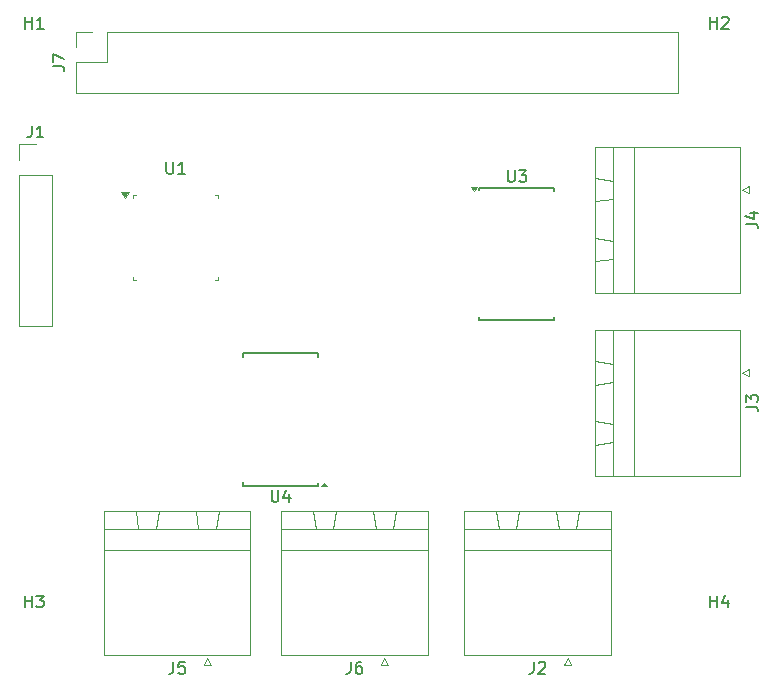
<source format=gto>
%TF.GenerationSoftware,KiCad,Pcbnew,9.0.7*%
%TF.CreationDate,2026-02-04T14:04:17-06:00*%
%TF.ProjectId,dac_amp,6461635f-616d-4702-9e6b-696361645f70,rev?*%
%TF.SameCoordinates,Original*%
%TF.FileFunction,Legend,Top*%
%TF.FilePolarity,Positive*%
%FSLAX46Y46*%
G04 Gerber Fmt 4.6, Leading zero omitted, Abs format (unit mm)*
G04 Created by KiCad (PCBNEW 9.0.7) date 2026-02-04 14:04:17*
%MOMM*%
%LPD*%
G01*
G04 APERTURE LIST*
%ADD10C,0.150000*%
%ADD11C,0.120000*%
G04 APERTURE END LIST*
D10*
X124988095Y-74404819D02*
X124988095Y-75214342D01*
X124988095Y-75214342D02*
X125035714Y-75309580D01*
X125035714Y-75309580D02*
X125083333Y-75357200D01*
X125083333Y-75357200D02*
X125178571Y-75404819D01*
X125178571Y-75404819D02*
X125369047Y-75404819D01*
X125369047Y-75404819D02*
X125464285Y-75357200D01*
X125464285Y-75357200D02*
X125511904Y-75309580D01*
X125511904Y-75309580D02*
X125559523Y-75214342D01*
X125559523Y-75214342D02*
X125559523Y-74404819D01*
X126464285Y-74738152D02*
X126464285Y-75404819D01*
X126226190Y-74357200D02*
X125988095Y-75071485D01*
X125988095Y-75071485D02*
X126607142Y-75071485D01*
X116075595Y-46604819D02*
X116075595Y-47414342D01*
X116075595Y-47414342D02*
X116123214Y-47509580D01*
X116123214Y-47509580D02*
X116170833Y-47557200D01*
X116170833Y-47557200D02*
X116266071Y-47604819D01*
X116266071Y-47604819D02*
X116456547Y-47604819D01*
X116456547Y-47604819D02*
X116551785Y-47557200D01*
X116551785Y-47557200D02*
X116599404Y-47509580D01*
X116599404Y-47509580D02*
X116647023Y-47414342D01*
X116647023Y-47414342D02*
X116647023Y-46604819D01*
X117647023Y-47604819D02*
X117075595Y-47604819D01*
X117361309Y-47604819D02*
X117361309Y-46604819D01*
X117361309Y-46604819D02*
X117266071Y-46747676D01*
X117266071Y-46747676D02*
X117170833Y-46842914D01*
X117170833Y-46842914D02*
X117075595Y-46890533D01*
X116671666Y-88932319D02*
X116671666Y-89646604D01*
X116671666Y-89646604D02*
X116624047Y-89789461D01*
X116624047Y-89789461D02*
X116528809Y-89884700D01*
X116528809Y-89884700D02*
X116385952Y-89932319D01*
X116385952Y-89932319D02*
X116290714Y-89932319D01*
X117624047Y-88932319D02*
X117147857Y-88932319D01*
X117147857Y-88932319D02*
X117100238Y-89408509D01*
X117100238Y-89408509D02*
X117147857Y-89360890D01*
X117147857Y-89360890D02*
X117243095Y-89313271D01*
X117243095Y-89313271D02*
X117481190Y-89313271D01*
X117481190Y-89313271D02*
X117576428Y-89360890D01*
X117576428Y-89360890D02*
X117624047Y-89408509D01*
X117624047Y-89408509D02*
X117671666Y-89503747D01*
X117671666Y-89503747D02*
X117671666Y-89741842D01*
X117671666Y-89741842D02*
X117624047Y-89837080D01*
X117624047Y-89837080D02*
X117576428Y-89884700D01*
X117576428Y-89884700D02*
X117481190Y-89932319D01*
X117481190Y-89932319D02*
X117243095Y-89932319D01*
X117243095Y-89932319D02*
X117147857Y-89884700D01*
X117147857Y-89884700D02*
X117100238Y-89837080D01*
X131671666Y-88932319D02*
X131671666Y-89646604D01*
X131671666Y-89646604D02*
X131624047Y-89789461D01*
X131624047Y-89789461D02*
X131528809Y-89884700D01*
X131528809Y-89884700D02*
X131385952Y-89932319D01*
X131385952Y-89932319D02*
X131290714Y-89932319D01*
X132576428Y-88932319D02*
X132385952Y-88932319D01*
X132385952Y-88932319D02*
X132290714Y-88979938D01*
X132290714Y-88979938D02*
X132243095Y-89027557D01*
X132243095Y-89027557D02*
X132147857Y-89170414D01*
X132147857Y-89170414D02*
X132100238Y-89360890D01*
X132100238Y-89360890D02*
X132100238Y-89741842D01*
X132100238Y-89741842D02*
X132147857Y-89837080D01*
X132147857Y-89837080D02*
X132195476Y-89884700D01*
X132195476Y-89884700D02*
X132290714Y-89932319D01*
X132290714Y-89932319D02*
X132481190Y-89932319D01*
X132481190Y-89932319D02*
X132576428Y-89884700D01*
X132576428Y-89884700D02*
X132624047Y-89837080D01*
X132624047Y-89837080D02*
X132671666Y-89741842D01*
X132671666Y-89741842D02*
X132671666Y-89503747D01*
X132671666Y-89503747D02*
X132624047Y-89408509D01*
X132624047Y-89408509D02*
X132576428Y-89360890D01*
X132576428Y-89360890D02*
X132481190Y-89313271D01*
X132481190Y-89313271D02*
X132290714Y-89313271D01*
X132290714Y-89313271D02*
X132195476Y-89360890D01*
X132195476Y-89360890D02*
X132147857Y-89408509D01*
X132147857Y-89408509D02*
X132100238Y-89503747D01*
X106450140Y-38512599D02*
X107164425Y-38512599D01*
X107164425Y-38512599D02*
X107307282Y-38560218D01*
X107307282Y-38560218D02*
X107402521Y-38655456D01*
X107402521Y-38655456D02*
X107450140Y-38798313D01*
X107450140Y-38798313D02*
X107450140Y-38893551D01*
X106450140Y-38131646D02*
X106450140Y-37464980D01*
X106450140Y-37464980D02*
X107450140Y-37893551D01*
X165154819Y-51828333D02*
X165869104Y-51828333D01*
X165869104Y-51828333D02*
X166011961Y-51875952D01*
X166011961Y-51875952D02*
X166107200Y-51971190D01*
X166107200Y-51971190D02*
X166154819Y-52114047D01*
X166154819Y-52114047D02*
X166154819Y-52209285D01*
X165488152Y-50923571D02*
X166154819Y-50923571D01*
X165107200Y-51161666D02*
X165821485Y-51399761D01*
X165821485Y-51399761D02*
X165821485Y-50780714D01*
X104113095Y-35322319D02*
X104113095Y-34322319D01*
X104113095Y-34798509D02*
X104684523Y-34798509D01*
X104684523Y-35322319D02*
X104684523Y-34322319D01*
X105684523Y-35322319D02*
X105113095Y-35322319D01*
X105398809Y-35322319D02*
X105398809Y-34322319D01*
X105398809Y-34322319D02*
X105303571Y-34465176D01*
X105303571Y-34465176D02*
X105208333Y-34560414D01*
X105208333Y-34560414D02*
X105113095Y-34608033D01*
X162113095Y-35322319D02*
X162113095Y-34322319D01*
X162113095Y-34798509D02*
X162684523Y-34798509D01*
X162684523Y-35322319D02*
X162684523Y-34322319D01*
X163113095Y-34417557D02*
X163160714Y-34369938D01*
X163160714Y-34369938D02*
X163255952Y-34322319D01*
X163255952Y-34322319D02*
X163494047Y-34322319D01*
X163494047Y-34322319D02*
X163589285Y-34369938D01*
X163589285Y-34369938D02*
X163636904Y-34417557D01*
X163636904Y-34417557D02*
X163684523Y-34512795D01*
X163684523Y-34512795D02*
X163684523Y-34608033D01*
X163684523Y-34608033D02*
X163636904Y-34750890D01*
X163636904Y-34750890D02*
X163065476Y-35322319D01*
X163065476Y-35322319D02*
X163684523Y-35322319D01*
X104113095Y-84322319D02*
X104113095Y-83322319D01*
X104113095Y-83798509D02*
X104684523Y-83798509D01*
X104684523Y-84322319D02*
X104684523Y-83322319D01*
X105065476Y-83322319D02*
X105684523Y-83322319D01*
X105684523Y-83322319D02*
X105351190Y-83703271D01*
X105351190Y-83703271D02*
X105494047Y-83703271D01*
X105494047Y-83703271D02*
X105589285Y-83750890D01*
X105589285Y-83750890D02*
X105636904Y-83798509D01*
X105636904Y-83798509D02*
X105684523Y-83893747D01*
X105684523Y-83893747D02*
X105684523Y-84131842D01*
X105684523Y-84131842D02*
X105636904Y-84227080D01*
X105636904Y-84227080D02*
X105589285Y-84274700D01*
X105589285Y-84274700D02*
X105494047Y-84322319D01*
X105494047Y-84322319D02*
X105208333Y-84322319D01*
X105208333Y-84322319D02*
X105113095Y-84274700D01*
X105113095Y-84274700D02*
X105065476Y-84227080D01*
X162113095Y-84322319D02*
X162113095Y-83322319D01*
X162113095Y-83798509D02*
X162684523Y-83798509D01*
X162684523Y-84322319D02*
X162684523Y-83322319D01*
X163589285Y-83655652D02*
X163589285Y-84322319D01*
X163351190Y-83274700D02*
X163113095Y-83988985D01*
X163113095Y-83988985D02*
X163732142Y-83988985D01*
X104666666Y-43534819D02*
X104666666Y-44249104D01*
X104666666Y-44249104D02*
X104619047Y-44391961D01*
X104619047Y-44391961D02*
X104523809Y-44487200D01*
X104523809Y-44487200D02*
X104380952Y-44534819D01*
X104380952Y-44534819D02*
X104285714Y-44534819D01*
X105666666Y-44534819D02*
X105095238Y-44534819D01*
X105380952Y-44534819D02*
X105380952Y-43534819D01*
X105380952Y-43534819D02*
X105285714Y-43677676D01*
X105285714Y-43677676D02*
X105190476Y-43772914D01*
X105190476Y-43772914D02*
X105095238Y-43820533D01*
X144988095Y-47304819D02*
X144988095Y-48114342D01*
X144988095Y-48114342D02*
X145035714Y-48209580D01*
X145035714Y-48209580D02*
X145083333Y-48257200D01*
X145083333Y-48257200D02*
X145178571Y-48304819D01*
X145178571Y-48304819D02*
X145369047Y-48304819D01*
X145369047Y-48304819D02*
X145464285Y-48257200D01*
X145464285Y-48257200D02*
X145511904Y-48209580D01*
X145511904Y-48209580D02*
X145559523Y-48114342D01*
X145559523Y-48114342D02*
X145559523Y-47304819D01*
X145940476Y-47304819D02*
X146559523Y-47304819D01*
X146559523Y-47304819D02*
X146226190Y-47685771D01*
X146226190Y-47685771D02*
X146369047Y-47685771D01*
X146369047Y-47685771D02*
X146464285Y-47733390D01*
X146464285Y-47733390D02*
X146511904Y-47781009D01*
X146511904Y-47781009D02*
X146559523Y-47876247D01*
X146559523Y-47876247D02*
X146559523Y-48114342D01*
X146559523Y-48114342D02*
X146511904Y-48209580D01*
X146511904Y-48209580D02*
X146464285Y-48257200D01*
X146464285Y-48257200D02*
X146369047Y-48304819D01*
X146369047Y-48304819D02*
X146083333Y-48304819D01*
X146083333Y-48304819D02*
X145988095Y-48257200D01*
X145988095Y-48257200D02*
X145940476Y-48209580D01*
X165154819Y-67328333D02*
X165869104Y-67328333D01*
X165869104Y-67328333D02*
X166011961Y-67375952D01*
X166011961Y-67375952D02*
X166107200Y-67471190D01*
X166107200Y-67471190D02*
X166154819Y-67614047D01*
X166154819Y-67614047D02*
X166154819Y-67709285D01*
X165154819Y-66947380D02*
X165154819Y-66328333D01*
X165154819Y-66328333D02*
X165535771Y-66661666D01*
X165535771Y-66661666D02*
X165535771Y-66518809D01*
X165535771Y-66518809D02*
X165583390Y-66423571D01*
X165583390Y-66423571D02*
X165631009Y-66375952D01*
X165631009Y-66375952D02*
X165726247Y-66328333D01*
X165726247Y-66328333D02*
X165964342Y-66328333D01*
X165964342Y-66328333D02*
X166059580Y-66375952D01*
X166059580Y-66375952D02*
X166107200Y-66423571D01*
X166107200Y-66423571D02*
X166154819Y-66518809D01*
X166154819Y-66518809D02*
X166154819Y-66804523D01*
X166154819Y-66804523D02*
X166107200Y-66899761D01*
X166107200Y-66899761D02*
X166059580Y-66947380D01*
X147171666Y-88932319D02*
X147171666Y-89646604D01*
X147171666Y-89646604D02*
X147124047Y-89789461D01*
X147124047Y-89789461D02*
X147028809Y-89884700D01*
X147028809Y-89884700D02*
X146885952Y-89932319D01*
X146885952Y-89932319D02*
X146790714Y-89932319D01*
X147600238Y-89027557D02*
X147647857Y-88979938D01*
X147647857Y-88979938D02*
X147743095Y-88932319D01*
X147743095Y-88932319D02*
X147981190Y-88932319D01*
X147981190Y-88932319D02*
X148076428Y-88979938D01*
X148076428Y-88979938D02*
X148124047Y-89027557D01*
X148124047Y-89027557D02*
X148171666Y-89122795D01*
X148171666Y-89122795D02*
X148171666Y-89218033D01*
X148171666Y-89218033D02*
X148124047Y-89360890D01*
X148124047Y-89360890D02*
X147552619Y-89932319D01*
X147552619Y-89932319D02*
X148171666Y-89932319D01*
%TO.C,U4*%
X122575000Y-62775000D02*
X122575000Y-63100000D01*
X122575000Y-74025000D02*
X122575000Y-73700000D01*
X128925000Y-62775000D02*
X122575000Y-62775000D01*
X128925000Y-63100000D02*
X128925000Y-62775000D01*
X128925000Y-73800000D02*
X128925000Y-74025000D01*
X128925000Y-74025000D02*
X122575000Y-74025000D01*
D11*
X129640000Y-74080000D02*
X129160000Y-74080000D01*
X129400000Y-73750000D01*
X129640000Y-74080000D01*
G36*
X129640000Y-74080000D02*
G01*
X129160000Y-74080000D01*
X129400000Y-73750000D01*
X129640000Y-74080000D01*
G37*
%TO.C,U1*%
X113227500Y-49390000D02*
X113502500Y-49390000D01*
X113227500Y-49665000D02*
X113227500Y-49390000D01*
X113227500Y-56610000D02*
X113227500Y-56335000D01*
X113502500Y-56610000D02*
X113227500Y-56610000D01*
X120172500Y-49390000D02*
X120447500Y-49390000D01*
X120447500Y-49390000D02*
X120447500Y-49665000D01*
X120447500Y-56335000D02*
X120447500Y-56610000D01*
X120447500Y-56610000D02*
X120172500Y-56610000D01*
X112587500Y-49660000D02*
X112247500Y-49190000D01*
X112927500Y-49190000D01*
X112587500Y-49660000D01*
G36*
X112587500Y-49660000D02*
G01*
X112247500Y-49190000D01*
X112927500Y-49190000D01*
X112587500Y-49660000D01*
G37*
%TO.C,J5*%
X113465000Y-76167500D02*
X113715000Y-77667500D01*
X113715000Y-77667500D02*
X115215000Y-77667500D01*
X115215000Y-77667500D02*
X115465000Y-76167500D01*
X115465000Y-76167500D02*
X113465000Y-76167500D01*
X118545000Y-76167500D02*
X118795000Y-77667500D01*
X118795000Y-77667500D02*
X120295000Y-77667500D01*
X119245000Y-89187500D02*
X119545000Y-88587500D01*
X119545000Y-88587500D02*
X119845000Y-89187500D01*
X119845000Y-89187500D02*
X119245000Y-89187500D01*
X120295000Y-77667500D02*
X120545000Y-76167500D01*
X120545000Y-76167500D02*
X118545000Y-76167500D01*
X123195000Y-79467500D02*
X110815000Y-79467500D01*
X110815000Y-77667500D01*
X123195000Y-77667500D01*
X123195000Y-79467500D01*
X123195000Y-88387500D02*
X110815000Y-88387500D01*
X110815000Y-76167500D01*
X123195000Y-76167500D01*
X123195000Y-88387500D01*
%TO.C,J6*%
X128465000Y-76167500D02*
X128715000Y-77667500D01*
X128715000Y-77667500D02*
X130215000Y-77667500D01*
X130215000Y-77667500D02*
X130465000Y-76167500D01*
X130465000Y-76167500D02*
X128465000Y-76167500D01*
X133545000Y-76167500D02*
X133795000Y-77667500D01*
X133795000Y-77667500D02*
X135295000Y-77667500D01*
X134245000Y-89187500D02*
X134545000Y-88587500D01*
X134545000Y-88587500D02*
X134845000Y-89187500D01*
X134845000Y-89187500D02*
X134245000Y-89187500D01*
X135295000Y-77667500D02*
X135545000Y-76167500D01*
X135545000Y-76167500D02*
X133545000Y-76167500D01*
X138195000Y-79467500D02*
X125815000Y-79467500D01*
X125815000Y-77667500D01*
X138195000Y-77667500D01*
X138195000Y-79467500D01*
X138195000Y-88387500D02*
X125815000Y-88387500D01*
X125815000Y-76167500D01*
X138195000Y-76167500D01*
X138195000Y-88387500D01*
%TO.C,J7*%
X108435321Y-35579266D02*
X109765321Y-35579266D01*
X108435321Y-36909266D02*
X108435321Y-35579266D01*
X108435321Y-38179266D02*
X111035321Y-38179266D01*
X108435321Y-40779266D02*
X108435321Y-38179266D01*
X108435321Y-40779266D02*
X159355321Y-40779266D01*
X111035321Y-35579266D02*
X159355321Y-35579266D01*
X111035321Y-38179266D02*
X111035321Y-35579266D01*
X159355321Y-40779266D02*
X159355321Y-35579266D01*
%TO.C,J4*%
X152390000Y-47955000D02*
X152390000Y-49955000D01*
X152390000Y-49955000D02*
X153890000Y-49705000D01*
X152390000Y-53035000D02*
X152390000Y-55035000D01*
X152390000Y-55035000D02*
X153890000Y-54785000D01*
X153890000Y-48205000D02*
X152390000Y-47955000D01*
X153890000Y-49705000D02*
X153890000Y-48205000D01*
X153890000Y-53285000D02*
X152390000Y-53035000D01*
X153890000Y-54785000D02*
X153890000Y-53285000D01*
X164810000Y-48955000D02*
X165410000Y-48655000D01*
X165410000Y-48655000D02*
X165410000Y-49255000D01*
X165410000Y-49255000D02*
X164810000Y-48955000D01*
X155690000Y-45305000D02*
X153890000Y-45305000D01*
X153890000Y-57685000D01*
X155690000Y-57685000D01*
X155690000Y-45305000D01*
X164610000Y-45305000D02*
X152390000Y-45305000D01*
X152390000Y-57685000D01*
X164610000Y-57685000D01*
X164610000Y-45305000D01*
%TO.C,J1*%
X103620000Y-45080000D02*
X105000000Y-45080000D01*
X103620000Y-46460000D02*
X103620000Y-45080000D01*
X103620000Y-47730000D02*
X103620000Y-60540000D01*
X103620000Y-47730000D02*
X106380000Y-47730000D01*
X103620000Y-60540000D02*
X106380000Y-60540000D01*
X106380000Y-47730000D02*
X106380000Y-60540000D01*
D10*
%TO.C,U3*%
X142575000Y-48775000D02*
X148925000Y-48775000D01*
X142575000Y-49000000D02*
X142575000Y-48775000D01*
X142575000Y-59700000D02*
X142575000Y-60025000D01*
X142575000Y-60025000D02*
X148925000Y-60025000D01*
X148925000Y-48775000D02*
X148925000Y-49100000D01*
X148925000Y-60025000D02*
X148925000Y-59700000D01*
D11*
X142100000Y-49050000D02*
X141860000Y-48720000D01*
X142340000Y-48720000D01*
X142100000Y-49050000D01*
G36*
X142100000Y-49050000D02*
G01*
X141860000Y-48720000D01*
X142340000Y-48720000D01*
X142100000Y-49050000D01*
G37*
%TO.C,J3*%
X152390000Y-63455000D02*
X152390000Y-65455000D01*
X152390000Y-65455000D02*
X153890000Y-65205000D01*
X152390000Y-68535000D02*
X152390000Y-70535000D01*
X152390000Y-70535000D02*
X153890000Y-70285000D01*
X153890000Y-63705000D02*
X152390000Y-63455000D01*
X153890000Y-65205000D02*
X153890000Y-63705000D01*
X153890000Y-68785000D02*
X152390000Y-68535000D01*
X153890000Y-70285000D02*
X153890000Y-68785000D01*
X164810000Y-64455000D02*
X165410000Y-64155000D01*
X165410000Y-64155000D02*
X165410000Y-64755000D01*
X165410000Y-64755000D02*
X164810000Y-64455000D01*
X155690000Y-60805000D02*
X153890000Y-60805000D01*
X153890000Y-73185000D01*
X155690000Y-73185000D01*
X155690000Y-60805000D01*
X164610000Y-60805000D02*
X152390000Y-60805000D01*
X152390000Y-73185000D01*
X164610000Y-73185000D01*
X164610000Y-60805000D01*
%TO.C,J2*%
X143965000Y-76167500D02*
X144215000Y-77667500D01*
X144215000Y-77667500D02*
X145715000Y-77667500D01*
X145715000Y-77667500D02*
X145965000Y-76167500D01*
X145965000Y-76167500D02*
X143965000Y-76167500D01*
X149045000Y-76167500D02*
X149295000Y-77667500D01*
X149295000Y-77667500D02*
X150795000Y-77667500D01*
X149745000Y-89187500D02*
X150045000Y-88587500D01*
X150045000Y-88587500D02*
X150345000Y-89187500D01*
X150345000Y-89187500D02*
X149745000Y-89187500D01*
X150795000Y-77667500D02*
X151045000Y-76167500D01*
X151045000Y-76167500D02*
X149045000Y-76167500D01*
X153695000Y-79467500D02*
X141315000Y-79467500D01*
X141315000Y-77667500D01*
X153695000Y-77667500D01*
X153695000Y-79467500D01*
X153695000Y-88387500D02*
X141315000Y-88387500D01*
X141315000Y-76167500D01*
X153695000Y-76167500D01*
X153695000Y-88387500D01*
%TD*%
M02*

</source>
